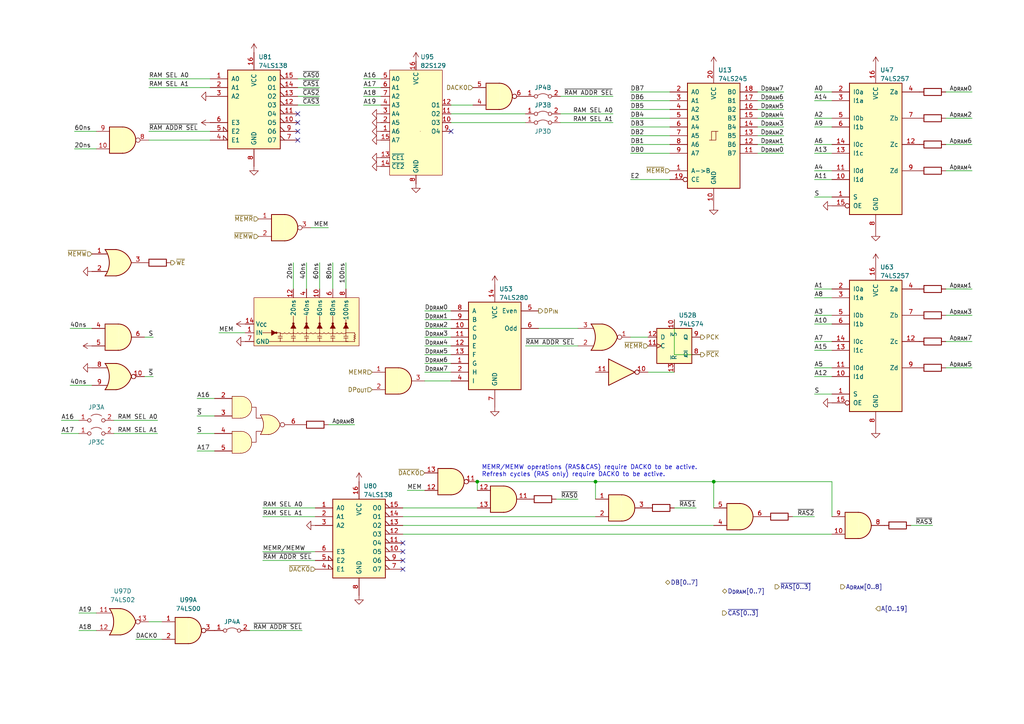
<source format=kicad_sch>
(kicad_sch (version 20211123) (generator eeschema)
  (paper "A4")
  (title_block (title "DRAMCTRL"))
  (lib_symbols
    (symbol "74xx:74LS00" (pin_names (offset 1.016))
      (property "Reference" "U" (at 0 1.27 0))
      (property "Value" "74LS00" (at 0 -1.27 0))
      (symbol "74LS00_1_1"
        (pin input line (at -7.62 2.54 0) (length 3.81) (name "~") (number "1"))
        (pin input line (at -7.62 -2.54 0) (length 3.81) (name "~") (number "2"))
        (pin output inverted (at 7.62 0 180) (length 3.81) (name "~") (number "3"))
      )
      (symbol "74LS00_1_2"
        (pin input inverted (at -7.62 2.54 0) (length 4.318) (name "~") (number "1"))
        (pin input inverted (at -7.62 -2.54 0) (length 4.318) (name "~") (number "2"))
        (pin output line (at 7.62 0 180) (length 3.81) (name "~") (number "3"))
      )
      (symbol "74LS00_2_1"
        (pin input line (at -7.62 2.54 0) (length 3.81) (name "~") (number "4"))
        (pin input line (at -7.62 -2.54 0) (length 3.81) (name "~") (number "5"))
        (pin output inverted (at 7.62 0 180) (length 3.81) (name "~") (number "6"))
      )
      (symbol "74LS00_2_2"
        (pin input inverted (at -7.62 2.54 0) (length 4.318) (name "~") (number "4"))
        (pin input inverted (at -7.62 -2.54 0) (length 4.318) (name "~") (number "5"))
        (pin output line (at 7.62 0 180) (length 3.81) (name "~") (number "6"))
      )
      (symbol "74LS00_3_1"
        (pin input line (at -7.62 -2.54 0) (length 3.81) (name "~") (number "10"))
        (pin output inverted (at 7.62 0 180) (length 3.81) (name "~") (number "8"))
        (pin input line (at -7.62 2.54 0) (length 3.81) (name "~") (number "9"))
      )
      (symbol "74LS00_3_2"
        (pin input inverted (at -7.62 -2.54 0) (length 4.318) (name "~") (number "10"))
        (pin output line (at 7.62 0 180) (length 3.81) (name "~") (number "8"))
        (pin input inverted (at -7.62 2.54 0) (length 4.318) (name "~") (number "9"))
      )
      (symbol "74LS00_4_1"
        (pin output inverted (at 7.62 0 180) (length 3.81) (name "~") (number "11"))
        (pin input line (at -7.62 2.54 0) (length 3.81) (name "~") (number "12"))
        (pin input line (at -7.62 -2.54 0) (length 3.81) (name "~") (number "13"))
      )
      (symbol "74LS00_4_2"
        (pin output line (at 7.62 0 180) (length 3.81) (name "~") (number "11"))
        (pin input inverted (at -7.62 2.54 0) (length 4.318) (name "~") (number "12"))
        (pin input inverted (at -7.62 -2.54 0) (length 4.318) (name "~") (number "13"))
      )
      (symbol "74LS00_5_0"
        (pin power_in line (at 0 12.7 270) (length 5.08) (name "VCC") (number "14"))
        (pin power_in line (at 0 -12.7 90) (length 5.08) (name "GND") (number "7"))
      )
    )
    (symbol "74xx:74LS02" (pin_names (offset 1.016))
      (property "Reference" "U" (at 0 1.27 0))
      (property "Value" "74LS02" (at 0 -1.27 0))
      (symbol "74LS02_1_1"
        (pin output inverted (at 7.62 0 180) (length 3.81) (name "~") (number "1"))
        (pin input line (at -7.62 2.54 0) (length 4.318) (name "~") (number "2"))
        (pin input line (at -7.62 -2.54 0) (length 4.318) (name "~") (number "3"))
      )
      (symbol "74LS02_1_2"
        (pin output line (at 7.62 0 180) (length 3.81) (name "~") (number "1"))
        (pin input inverted (at -7.62 2.54 0) (length 3.81) (name "~") (number "2"))
        (pin input inverted (at -7.62 -2.54 0) (length 3.81) (name "~") (number "3"))
      )
      (symbol "74LS02_2_1"
        (pin output inverted (at 7.62 0 180) (length 3.81) (name "~") (number "4"))
        (pin input line (at -7.62 2.54 0) (length 4.318) (name "~") (number "5"))
        (pin input line (at -7.62 -2.54 0) (length 4.318) (name "~") (number "6"))
      )
      (symbol "74LS02_2_2"
        (pin output line (at 7.62 0 180) (length 3.81) (name "~") (number "4"))
        (pin input inverted (at -7.62 2.54 0) (length 3.81) (name "~") (number "5"))
        (pin input inverted (at -7.62 -2.54 0) (length 3.81) (name "~") (number "6"))
      )
      (symbol "74LS02_3_1"
        (pin output inverted (at 7.62 0 180) (length 3.81) (name "~") (number "10"))
        (pin input line (at -7.62 2.54 0) (length 4.318) (name "~") (number "8"))
        (pin input line (at -7.62 -2.54 0) (length 4.318) (name "~") (number "9"))
      )
      (symbol "74LS02_3_2"
        (pin output line (at 7.62 0 180) (length 3.81) (name "~") (number "10"))
        (pin input inverted (at -7.62 2.54 0) (length 3.81) (name "~") (number "8"))
        (pin input inverted (at -7.62 -2.54 0) (length 3.81) (name "~") (number "9"))
      )
      (symbol "74LS02_4_1"
        (pin input line (at -7.62 2.54 0) (length 4.318) (name "~") (number "11"))
        (pin input line (at -7.62 -2.54 0) (length 4.318) (name "~") (number "12"))
        (pin output inverted (at 7.62 0 180) (length 3.81) (name "~") (number "13"))
      )
      (symbol "74LS02_4_2"
        (pin input inverted (at -7.62 2.54 0) (length 3.81) (name "~") (number "11"))
        (pin input inverted (at -7.62 -2.54 0) (length 3.81) (name "~") (number "12"))
        (pin output line (at 7.62 0 180) (length 3.81) (name "~") (number "13"))
      )
      (symbol "74LS02_5_0"
        (pin power_in line (at 0 12.7 270) (length 5.08) (name "VCC") (number "14"))
        (pin power_in line (at 0 -12.7 90) (length 5.08) (name "GND") (number "7"))
      )
    )
    (symbol "74xx:74LS04"
      (property "Reference" "U" (at 0 1.27 0))
      (property "Value" "74LS04" (at 0 -1.27 0))
      (symbol "74LS04_1_0"
        (pin input line (at -7.62 0 0) (length 3.81) (name "~") (number "1"))
        (pin output inverted (at 7.62 0 180) (length 3.81) (name "~") (number "2"))
      )
      (symbol "74LS04_2_0"
        (pin input line (at -7.62 0 0) (length 3.81) (name "~") (number "3"))
        (pin output inverted (at 7.62 0 180) (length 3.81) (name "~") (number "4"))
      )
      (symbol "74LS04_3_0"
        (pin input line (at -7.62 0 0) (length 3.81) (name "~") (number "5"))
        (pin output inverted (at 7.62 0 180) (length 3.81) (name "~") (number "6"))
      )
      (symbol "74LS04_4_0"
        (pin output inverted (at 7.62 0 180) (length 3.81) (name "~") (number "8"))
        (pin input line (at -7.62 0 0) (length 3.81) (name "~") (number "9"))
      )
      (symbol "74LS04_5_0"
        (pin output inverted (at 7.62 0 180) (length 3.81) (name "~") (number "10"))
        (pin input line (at -7.62 0 0) (length 3.81) (name "~") (number "11"))
      )
      (symbol "74LS04_6_0"
        (pin output inverted (at 7.62 0 180) (length 3.81) (name "~") (number "12"))
        (pin input line (at -7.62 0 0) (length 3.81) (name "~") (number "13"))
      )
      (symbol "74LS04_7_0"
        (pin power_in line (at 0 12.7 270) (length 5.08) (name "VCC") (number "14"))
        (pin power_in line (at 0 -12.7 90) (length 5.08) (name "GND") (number "7"))
      )
    )
    (symbol "74xx:74LS08" (pin_names (offset 1.016))
      (property "Reference" "U" (at 0 1.27 0))
      (property "Value" "74LS08" (at 0 -1.27 0))
      (symbol "74LS08_1_1"
        (pin input line (at -7.62 2.54 0) (length 3.81) (name "~") (number "1"))
        (pin input line (at -7.62 -2.54 0) (length 3.81) (name "~") (number "2"))
        (pin output line (at 7.62 0 180) (length 3.81) (name "~") (number "3"))
      )
      (symbol "74LS08_1_2"
        (pin input inverted (at -7.62 2.54 0) (length 4.318) (name "~") (number "1"))
        (pin input inverted (at -7.62 -2.54 0) (length 4.318) (name "~") (number "2"))
        (pin output inverted (at 7.62 0 180) (length 3.81) (name "~") (number "3"))
      )
      (symbol "74LS08_2_1"
        (pin input line (at -7.62 2.54 0) (length 3.81) (name "~") (number "4"))
        (pin input line (at -7.62 -2.54 0) (length 3.81) (name "~") (number "5"))
        (pin output line (at 7.62 0 180) (length 3.81) (name "~") (number "6"))
      )
      (symbol "74LS08_2_2"
        (pin input inverted (at -7.62 2.54 0) (length 4.318) (name "~") (number "4"))
        (pin input inverted (at -7.62 -2.54 0) (length 4.318) (name "~") (number "5"))
        (pin output inverted (at 7.62 0 180) (length 3.81) (name "~") (number "6"))
      )
      (symbol "74LS08_3_1"
        (pin input line (at -7.62 -2.54 0) (length 3.81) (name "~") (number "10"))
        (pin output line (at 7.62 0 180) (length 3.81) (name "~") (number "8"))
        (pin input line (at -7.62 2.54 0) (length 3.81) (name "~") (number "9"))
      )
      (symbol "74LS08_3_2"
        (pin input inverted (at -7.62 -2.54 0) (length 4.318) (name "~") (number "10"))
        (pin output inverted (at 7.62 0 180) (length 3.81) (name "~") (number "8"))
        (pin input inverted (at -7.62 2.54 0) (length 4.318) (name "~") (number "9"))
      )
      (symbol "74LS08_4_1"
        (pin output line (at 7.62 0 180) (length 3.81) (name "~") (number "11"))
        (pin input line (at -7.62 2.54 0) (length 3.81) (name "~") (number "12"))
        (pin input line (at -7.62 -2.54 0) (length 3.81) (name "~") (number "13"))
      )
      (symbol "74LS08_4_2"
        (pin output inverted (at 7.62 0 180) (length 3.81) (name "~") (number "11"))
        (pin input inverted (at -7.62 2.54 0) (length 4.318) (name "~") (number "12"))
        (pin input inverted (at -7.62 -2.54 0) (length 4.318) (name "~") (number "13"))
      )
      (symbol "74LS08_5_0"
        (pin power_in line (at 0 12.7 270) (length 5.08) (name "VCC") (number "14"))
        (pin power_in line (at 0 -12.7 90) (length 5.08) (name "GND") (number "7"))
      )
    )
    (symbol "74xx:74LS138" (pin_names (offset 1.016))
      (property "Reference" "U" (at -7.62 11.43 0))
      (property "Value" "74LS138" (at -7.62 -13.97 0))
      (symbol "74LS138_1_0"
        (pin input line (at -12.7 7.62 0) (length 5.08) (name "A0") (number "1"))
        (pin output output_low (at 12.7 -5.08 180) (length 5.08) (name "O5") (number "10"))
        (pin output output_low (at 12.7 -2.54 180) (length 5.08) (name "O4") (number "11"))
        (pin output output_low (at 12.7 0 180) (length 5.08) (name "O3") (number "12"))
        (pin output output_low (at 12.7 2.54 180) (length 5.08) (name "O2") (number "13"))
        (pin output output_low (at 12.7 5.08 180) (length 5.08) (name "O1") (number "14"))
        (pin output output_low (at 12.7 7.62 180) (length 5.08) (name "O0") (number "15"))
        (pin power_in line (at 0 15.24 270) (length 5.08) (name "VCC") (number "16"))
        (pin input line (at -12.7 5.08 0) (length 5.08) (name "A1") (number "2"))
        (pin input line (at -12.7 2.54 0) (length 5.08) (name "A2") (number "3"))
        (pin input input_low (at -12.7 -10.16 0) (length 5.08) (name "E1") (number "4"))
        (pin input input_low (at -12.7 -7.62 0) (length 5.08) (name "E2") (number "5"))
        (pin input line (at -12.7 -5.08 0) (length 5.08) (name "E3") (number "6"))
        (pin output output_low (at 12.7 -10.16 180) (length 5.08) (name "O7") (number "7"))
        (pin power_in line (at 0 -17.78 90) (length 5.08) (name "GND") (number "8"))
        (pin output output_low (at 12.7 -7.62 180) (length 5.08) (name "O6") (number "9"))
      )
    )
    (symbol "74xx:74LS245" (pin_names (offset 1.016))
      (property "Reference" "U" (at -7.62 16.51 0))
      (property "Value" "74LS245" (at -7.62 -16.51 0))
      (symbol "74LS245_1_0"
        (pin input line (at -12.7 -10.16 0) (length 5.08) (name "A->B") (number "1"))
        (pin power_in line (at 0 -20.32 90) (length 5.08) (name "GND") (number "10"))
        (pin tri_state line (at 12.7 -5.08 180) (length 5.08) (name "B7") (number "11"))
        (pin tri_state line (at 12.7 -2.54 180) (length 5.08) (name "B6") (number "12"))
        (pin tri_state line (at 12.7 0 180) (length 5.08) (name "B5") (number "13"))
        (pin tri_state line (at 12.7 2.54 180) (length 5.08) (name "B4") (number "14"))
        (pin tri_state line (at 12.7 5.08 180) (length 5.08) (name "B3") (number "15"))
        (pin tri_state line (at 12.7 7.62 180) (length 5.08) (name "B2") (number "16"))
        (pin tri_state line (at 12.7 10.16 180) (length 5.08) (name "B1") (number "17"))
        (pin tri_state line (at 12.7 12.7 180) (length 5.08) (name "B0") (number "18"))
        (pin input inverted (at -12.7 -12.7 0) (length 5.08) (name "CE") (number "19"))
        (pin tri_state line (at -12.7 12.7 0) (length 5.08) (name "A0") (number "2"))
        (pin power_in line (at 0 20.32 270) (length 5.08) (name "VCC") (number "20"))
        (pin tri_state line (at -12.7 10.16 0) (length 5.08) (name "A1") (number "3"))
        (pin tri_state line (at -12.7 7.62 0) (length 5.08) (name "A2") (number "4"))
        (pin tri_state line (at -12.7 5.08 0) (length 5.08) (name "A3") (number "5"))
        (pin tri_state line (at -12.7 2.54 0) (length 5.08) (name "A4") (number "6"))
        (pin tri_state line (at -12.7 0 0) (length 5.08) (name "A5") (number "7"))
        (pin tri_state line (at -12.7 -2.54 0) (length 5.08) (name "A6") (number "8"))
        (pin tri_state line (at -12.7 -5.08 0) (length 5.08) (name "A7") (number "9"))
      )
    )
    (symbol "74xx:74LS257" (pin_names (offset 1.016))
      (property "Reference" "U" (at -7.62 19.05 0))
      (property "Value" "74LS257" (at -7.62 -21.59 0))
      (symbol "74LS257_1_0"
        (pin input line (at -12.7 -15.24 0) (length 5.08) (name "S") (number "1"))
        (pin input line (at -12.7 -10.16 0) (length 5.08) (name "I1d") (number "10"))
        (pin input line (at -12.7 -7.62 0) (length 5.08) (name "I0d") (number "11"))
        (pin tri_state line (at 12.7 0 180) (length 5.08) (name "Zc") (number "12"))
        (pin input line (at -12.7 -2.54 0) (length 5.08) (name "I1c") (number "13"))
        (pin input line (at -12.7 0 0) (length 5.08) (name "I0c") (number "14"))
        (pin input inverted (at -12.7 -17.78 0) (length 5.08) (name "OE") (number "15"))
        (pin power_in line (at 0 22.86 270) (length 5.08) (name "VCC") (number "16"))
        (pin input line (at -12.7 15.24 0) (length 5.08) (name "I0a") (number "2"))
        (pin input line (at -12.7 12.7 0) (length 5.08) (name "I1a") (number "3"))
        (pin tri_state line (at 12.7 15.24 180) (length 5.08) (name "Za") (number "4"))
        (pin input line (at -12.7 7.62 0) (length 5.08) (name "I0b") (number "5"))
        (pin input line (at -12.7 5.08 0) (length 5.08) (name "I1b") (number "6"))
        (pin tri_state line (at 12.7 7.62 180) (length 5.08) (name "Zb") (number "7"))
        (pin power_in line (at 0 -25.4 90) (length 5.08) (name "GND") (number "8"))
        (pin tri_state line (at 12.7 -7.62 180) (length 5.08) (name "Zd") (number "9"))
      )
    )
    (symbol "74xx:74LS280" (pin_names (offset 1.016))
      (property "Reference" "U" (at -7.62 13.97 0))
      (property "Value" "74LS280" (at -7.62 -13.97 0))
      (symbol "74LS280_1_0"
        (pin input line (at -12.7 -5.08 0) (length 5.08) (name "G") (number "1"))
        (pin input line (at -12.7 5.08 0) (length 5.08) (name "C") (number "10"))
        (pin input line (at -12.7 2.54 0) (length 5.08) (name "D") (number "11"))
        (pin input line (at -12.7 0 0) (length 5.08) (name "E") (number "12"))
        (pin input line (at -12.7 -2.54 0) (length 5.08) (name "F") (number "13"))
        (pin power_in line (at 0 17.78 270) (length 5.08) (name "VCC") (number "14"))
        (pin input line (at -12.7 -7.62 0) (length 5.08) (name "H") (number "2"))
        (pin input line (at -12.7 -10.16 0) (length 5.08) (name "I") (number "4"))
        (pin output line (at 12.7 10.16 180) (length 5.08) (name "Even") (number "5"))
        (pin output line (at 12.7 5.08 180) (length 5.08) (name "Odd") (number "6"))
        (pin power_in line (at 0 -17.78 90) (length 5.08) (name "GND") (number "7"))
        (pin input line (at -12.7 10.16 0) (length 5.08) (name "A") (number "8"))
        (pin input line (at -12.7 7.62 0) (length 5.08) (name "B") (number "9"))
      )
      (symbol "74LS280_1_1"
        (pin no_connect line (at 7.62 0 180) (length 2.54) hide (name "NC") (number "3"))
      )
    )
    (symbol "74xx:74LS32" (pin_names (offset 1.016))
      (property "Reference" "U" (at 0 1.27 0))
      (property "Value" "74LS32" (at 0 -1.27 0))
      (symbol "74LS32_1_1"
        (pin input line (at -7.62 2.54 0) (length 4.318) (name "~") (number "1"))
        (pin input line (at -7.62 -2.54 0) (length 4.318) (name "~") (number "2"))
        (pin output line (at 7.62 0 180) (length 3.81) (name "~") (number "3"))
      )
      (symbol "74LS32_1_2"
        (pin input inverted (at -7.62 2.54 0) (length 3.81) (name "~") (number "1"))
        (pin input inverted (at -7.62 -2.54 0) (length 3.81) (name "~") (number "2"))
        (pin output inverted (at 7.62 0 180) (length 3.81) (name "~") (number "3"))
      )
      (symbol "74LS32_2_1"
        (pin input line (at -7.62 2.54 0) (length 4.318) (name "~") (number "4"))
        (pin input line (at -7.62 -2.54 0) (length 4.318) (name "~") (number "5"))
        (pin output line (at 7.62 0 180) (length 3.81) (name "~") (number "6"))
      )
      (symbol "74LS32_2_2"
        (pin input inverted (at -7.62 2.54 0) (length 3.81) (name "~") (number "4"))
        (pin input inverted (at -7.62 -2.54 0) (length 3.81) (name "~") (number "5"))
        (pin output inverted (at 7.62 0 180) (length 3.81) (name "~") (number "6"))
      )
      (symbol "74LS32_3_1"
        (pin input line (at -7.62 -2.54 0) (length 4.318) (name "~") (number "10"))
        (pin output line (at 7.62 0 180) (length 3.81) (name "~") (number "8"))
        (pin input line (at -7.62 2.54 0) (length 4.318) (name "~") (number "9"))
      )
      (symbol "74LS32_3_2"
        (pin input inverted (at -7.62 -2.54 0) (length 3.81) (name "~") (number "10"))
        (pin output inverted (at 7.62 0 180) (length 3.81) (name "~") (number "8"))
        (pin input inverted (at -7.62 2.54 0) (length 3.81) (name "~") (number "9"))
      )
      (symbol "74LS32_4_1"
        (pin output line (at 7.62 0 180) (length 3.81) (name "~") (number "11"))
        (pin input line (at -7.62 2.54 0) (length 4.318) (name "~") (number "12"))
        (pin input line (at -7.62 -2.54 0) (length 4.318) (name "~") (number "13"))
      )
      (symbol "74LS32_4_2"
        (pin output inverted (at 7.62 0 180) (length 3.81) (name "~") (number "11"))
        (pin input inverted (at -7.62 2.54 0) (length 3.81) (name "~") (number "12"))
        (pin input inverted (at -7.62 -2.54 0) (length 3.81) (name "~") (number "13"))
      )
      (symbol "74LS32_5_0"
        (pin power_in line (at 0 12.7 270) (length 5.08) (name "VCC") (number "14"))
        (pin power_in line (at 0 -12.7 90) (length 5.08) (name "GND") (number "7"))
      )
    )
    (symbol "74xx:74LS51" (pin_names (offset 1.016))
      (property "Reference" "U" (at -7.62 10.16 0))
      (property "Value" "74LS51" (at -7.62 -10.16 0))
      (symbol "74LS51_1_0"
        (pin input line (at -12.7 7.62 0) (length 5.08) (name "~") (number "1"))
        (pin input line (at -12.7 -5.08 0) (length 5.08) (name "~") (number "10"))
        (pin input line (at -12.7 -7.62 0) (length 5.08) (name "~") (number "11"))
        (pin input line (at -12.7 5.08 0) (length 5.08) (name "~") (number "12"))
        (pin input line (at -12.7 2.54 0) (length 5.08) (name "~") (number "13"))
        (pin output line (at 12.7 0 180) (length 5.08) (name "~") (number "8"))
        (pin input line (at -12.7 -2.54 0) (length 5.08) (name "~") (number "9"))
      )
      (symbol "74LS51_2_0"
        (pin input line (at -12.7 7.62 0) (length 5.08) (name "~") (number "2"))
        (pin input line (at -12.7 2.54 0) (length 5.08) (name "~") (number "3"))
        (pin input line (at -12.7 -2.54 0) (length 5.08) (name "~") (number "4"))
        (pin input line (at -12.7 -7.62 0) (length 5.08) (name "~") (number "5"))
        (pin output line (at 12.7 0 180) (length 5.08) (name "~") (number "6"))
      )
      (symbol "74LS51_3_0"
        (pin power_in line (at 0 12.7 270) (length 5.08) (name "VCC") (number "14"))
        (pin power_in line (at 0 -12.7 90) (length 5.08) (name "GND") (number "7"))
      )
    )
    (symbol "74xx:74LS74" (pin_names (offset 1.016))
      (property "Reference" "U" (at -7.62 8.89 0))
      (property "Value" "74LS74" (at -7.62 -8.89 0))
      (symbol "74LS74_1_0"
        (pin input line (at 0 -7.62 90) (length 2.54) (name "~{R}") (number "1"))
        (pin input line (at -7.62 2.54 0) (length 2.54) (name "D") (number "2"))
        (pin input clock (at -7.62 0 0) (length 2.54) (name "C") (number "3"))
        (pin input line (at 0 7.62 270) (length 2.54) (name "~{S}") (number "4"))
        (pin output line (at 7.62 2.54 180) (length 2.54) (name "Q") (number "5"))
        (pin output line (at 7.62 -2.54 180) (length 2.54) (name "~{Q}") (number "6"))
      )
      (symbol "74LS74_2_0"
        (pin input line (at 0 7.62 270) (length 2.54) (name "~{S}") (number "10"))
        (pin input clock (at -7.62 0 0) (length 2.54) (name "C") (number "11"))
        (pin input line (at -7.62 2.54 0) (length 2.54) (name "D") (number "12"))
        (pin input line (at 0 -7.62 90) (length 2.54) (name "~{R}") (number "13"))
        (pin output line (at 7.62 -2.54 180) (length 2.54) (name "~{Q}") (number "8"))
        (pin output line (at 7.62 2.54 180) (length 2.54) (name "Q") (number "9"))
      )
      (symbol "74LS74_3_0"
        (pin power_in line (at 0 10.16 270) (length 2.54) (name "VCC") (number "14"))
        (pin power_in line (at 0 -10.16 90) (length 2.54) (name "GND") (number "7"))
      )
    )
    (symbol "Delay:ESAN_31A-5101"
      (property "Reference" "U" (at 16.51 2.54 0))
      (property "Value" "ESAN_31A-5101" (at 23.495 5.08 0))
      (symbol "ESAN_31A-5101_1_1"
        (pin input line (at -17.78 -3.81 0) (length 2.54) (name "IN") (number "1"))
        (pin output line (at 3.81 8.89 270) (length 2.54) (name "60ns") (number "10"))
        (pin output line (at -3.81 8.89 270) (length 2.54) (name "20ns") (number "12"))
        (pin power_in line (at -17.78 -1.27 0) (length 2.54) (name "V_{CC}") (number "14"))
        (pin output line (at 0 8.89 270) (length 2.54) (name "40ns") (number "4"))
        (pin output line (at 7.62 8.89 270) (length 2.54) (name "80ns") (number "6"))
        (pin power_in line (at -17.78 -6.35 0) (length 2.54) (name "GND") (number "7"))
        (pin output line (at 11.43 8.89 270) (length 2.54) (name "100ns") (number "8"))
      )
    )
    (symbol "Device:R" (pin_numbers hide) (pin_names (offset 0))
      (property "Reference" "R" (at 2.032 0 90))
      (property "Value" "R" (at 0 0 90))
      (symbol "R_1_1"
        (pin passive line (at 0 3.81 270) (length 1.27) (name "~") (number "1"))
        (pin passive line (at 0 -3.81 90) (length 1.27) (name "~") (number "2"))
      )
    )
    (symbol "Jumper:Jumper_2_Bridged" (pin_names (offset 0) hide)
      (property "Reference" "JP" (at 0 1.905 0))
      (property "Value" "Jumper_2_Bridged" (at 0 -2.54 0))
      (symbol "Jumper_2_Bridged_1_1"
        (pin passive line (at -5.08 0 0) (length 2.54) (name "A") (number "1"))
        (pin passive line (at 5.08 0 180) (length 2.54) (name "B") (number "2"))
      )
    )
    (symbol "Jumper:Jumper_2_Open" (pin_names (offset 0) hide)
      (property "Reference" "JP" (at 0 2.794 0))
      (property "Value" "Jumper_2_Open" (at 0 -2.286 0))
      (symbol "Jumper_2_Open_1_1"
        (pin passive line (at -5.08 0 0) (length 2.54) (name "A") (number "1"))
        (pin passive line (at 5.08 0 180) (length 2.54) (name "B") (number "2"))
      )
    )
    (symbol "Memory_PROM:82S129"
      (property "Reference" "U" (at 1.27 16.51 0))
      (property "Value" "82S129" (at -6.35 16.51 0))
      (symbol "82S129_1_1"
        (pin input line (at -10.16 -2.54 0) (length 2.54) (name "A6") (number "1"))
        (pin output line (at 10.16 0 180) (length 2.54) (name "O3") (number "10"))
        (pin output line (at 10.16 2.54 180) (length 2.54) (name "O2") (number "11"))
        (pin output line (at 10.16 5.08 180) (length 2.54) (name "O1") (number "12"))
        (pin input line (at -10.16 -10.16 0) (length 2.54) (name "~{CE1}") (number "13"))
        (pin input line (at -10.16 -12.7 0) (length 2.54) (name "~{CE2}") (number "14"))
        (pin input line (at -10.16 -5.08 0) (length 2.54) (name "A7") (number "15"))
        (pin power_in line (at 0 17.78 270) (length 2.54) (name "VCC") (number "16"))
        (pin input line (at -10.16 0 0) (length 2.54) (name "A5") (number "2"))
        (pin input line (at -10.16 2.54 0) (length 2.54) (name "A4") (number "3"))
        (pin input line (at -10.16 5.08 0) (length 2.54) (name "A3") (number "4"))
        (pin input line (at -10.16 12.7 0) (length 2.54) (name "A0") (number "5"))
        (pin input line (at -10.16 10.16 0) (length 2.54) (name "A1") (number "6"))
        (pin input line (at -10.16 7.62 0) (length 2.54) (name "A2") (number "7"))
        (pin power_in line (at 0 -17.78 90) (length 2.54) (name "GND") (number "8"))
        (pin output line (at 10.16 -2.54 180) (length 2.54) (name "O4") (number "9"))
      )
    )
    (symbol "power:GND" (power) (pin_names (offset 0))
      (property "Value" "GND" (at 0 -3.81 0))
      (symbol "GND_1_1"
        (pin power_in line (at 0 0 270) (length 0) hide (name "GND") (number "1"))
      )
    )
    (symbol "power:VCC" (power) (pin_names (offset 0))
      (property "Value" "VCC" (at 0 3.81 0))
      (symbol "VCC_1_1"
        (pin power_in line (at 0 0 90) (length 0) hide (name "VCC") (number "1"))
      )
    )
  )
  (junction (at 172.72 139.7))
  (junction (at 138.43 139.7))
  (junction (at 207.01 139.7))
  (no_connect (at 86.36 33.02))
  (no_connect (at 86.36 35.56))
  (no_connect (at 86.36 38.1))
  (no_connect (at 86.36 40.64))
  (no_connect (at 116.84 157.48))
  (no_connect (at 116.84 160.02))
  (no_connect (at 116.84 162.56))
  (no_connect (at 116.84 165.1))
  (no_connect (at 130.81 38.1))
  (wire (pts (xy 43.18 180.34) (xy 46.99 180.34)))
  (wire (pts (xy 219.71 29.21) (xy 227.33 29.21)))
  (wire (pts (xy 236.22 57.15) (xy 241.3 57.15)))
  (wire (pts (xy 241.3 139.7) (xy 207.01 139.7)))
  (wire (pts (xy 90.17 66.04) (xy 95.25 66.04)))
  (wire (pts (xy 44.45 109.22) (xy 41.91 109.22)))
  (wire (pts (xy 57.15 115.57) (xy 62.23 115.57)))
  (wire (pts (xy 44.45 97.79) (xy 41.91 97.79)))
  (wire (pts (xy 72.39 182.88) (xy 87.63 182.88)))
  (wire (pts (xy 76.2 160.02) (xy 91.44 160.02)))
  (wire (pts (xy 219.71 36.83) (xy 227.33 36.83)))
  (wire (pts (xy 123.19 97.79) (xy 130.81 97.79)))
  (wire (pts (xy 76.2 162.56) (xy 91.44 162.56)))
  (wire (pts (xy 236.22 99.06) (xy 241.3 99.06)))
  (wire (pts (xy 172.72 139.7) (xy 172.72 144.78)))
  (wire (pts (xy 207.01 139.7) (xy 207.01 147.32)))
  (wire (pts (xy 236.22 26.67) (xy 241.3 26.67)))
  (wire (pts (xy 182.88 41.91) (xy 194.31 41.91)))
  (wire (pts (xy 274.32 41.91) (xy 281.94 41.91)))
  (wire (pts (xy 274.32 26.67) (xy 281.94 26.67)))
  (wire (pts (xy 219.71 39.37) (xy 227.33 39.37)))
  (wire (pts (xy 219.71 41.91) (xy 227.33 41.91)))
  (wire (pts (xy 96.52 76.2) (xy 96.52 83.82)))
  (wire (pts (xy 236.22 83.82) (xy 241.3 83.82)))
  (wire (pts (xy 105.41 25.4) (xy 110.49 25.4)))
  (wire (pts (xy 219.71 34.29) (xy 227.33 34.29)))
  (wire (pts (xy 236.22 91.44) (xy 241.3 91.44)))
  (wire (pts (xy 92.71 76.2) (xy 92.71 83.82)))
  (wire (pts (xy 43.18 38.1) (xy 60.96 38.1)))
  (wire (pts (xy 195.58 92.71) (xy 195.58 102.87)))
  (wire (pts (xy 123.19 102.87) (xy 130.81 102.87)))
  (wire (pts (xy 182.88 44.45) (xy 194.31 44.45)))
  (wire (pts (xy 88.9 76.2) (xy 88.9 83.82)))
  (wire (pts (xy 187.96 97.79) (xy 182.88 97.79)))
  (wire (pts (xy 236.22 44.45) (xy 241.3 44.45)))
  (wire (pts (xy 57.15 130.81) (xy 62.23 130.81)))
  (wire (pts (xy 182.88 26.67) (xy 194.31 26.67)))
  (wire (pts (xy 123.19 110.49) (xy 130.81 110.49)))
  (wire (pts (xy 86.36 27.94) (xy 92.71 27.94)))
  (wire (pts (xy 162.56 27.94) (xy 177.8 27.94)))
  (wire (pts (xy 76.2 147.32) (xy 91.44 147.32)))
  (wire (pts (xy 21.59 43.18) (xy 27.94 43.18)))
  (wire (pts (xy 43.18 25.4) (xy 60.96 25.4)))
  (wire (pts (xy 57.15 125.73) (xy 62.23 125.73)))
  (wire (pts (xy 172.72 139.7) (xy 207.01 139.7)))
  (wire (pts (xy 20.32 111.76) (xy 26.67 111.76)))
  (wire (pts (xy 167.64 95.25) (xy 156.21 95.25)))
  (wire (pts (xy 123.19 95.25) (xy 130.81 95.25)))
  (wire (pts (xy 123.19 107.95) (xy 130.81 107.95)))
  (wire (pts (xy 236.22 41.91) (xy 241.3 41.91)))
  (wire (pts (xy 241.3 149.86) (xy 241.3 139.7)))
  (wire (pts (xy 274.32 91.44) (xy 281.94 91.44)))
  (wire (pts (xy 236.22 29.21) (xy 241.3 29.21)))
  (wire (pts (xy 17.78 121.92) (xy 22.86 121.92)))
  (wire (pts (xy 57.15 120.65) (xy 62.23 120.65)))
  (wire (pts (xy 86.36 25.4) (xy 92.71 25.4)))
  (wire (pts (xy 236.22 109.22) (xy 241.3 109.22)))
  (wire (pts (xy 236.22 101.6) (xy 241.3 101.6)))
  (wire (pts (xy 219.71 31.75) (xy 227.33 31.75)))
  (wire (pts (xy 274.32 99.06) (xy 281.94 99.06)))
  (wire (pts (xy 182.88 39.37) (xy 194.31 39.37)))
  (wire (pts (xy 116.84 154.94) (xy 241.3 154.94)))
  (wire (pts (xy 219.71 26.67) (xy 227.33 26.67)))
  (wire (pts (xy 236.22 52.07) (xy 241.3 52.07)))
  (wire (pts (xy 20.32 95.25) (xy 26.67 95.25)))
  (wire (pts (xy 76.2 149.86) (xy 91.44 149.86)))
  (wire (pts (xy 236.22 49.53) (xy 241.3 49.53)))
  (wire (pts (xy 152.4 35.56) (xy 130.81 35.56)))
  (wire (pts (xy 152.4 33.02) (xy 130.81 33.02)))
  (wire (pts (xy 229.87 149.86) (xy 236.22 149.86)))
  (wire (pts (xy 236.22 114.3) (xy 241.3 114.3)))
  (wire (pts (xy 17.78 125.73) (xy 22.86 125.73)))
  (wire (pts (xy 274.32 34.29) (xy 281.94 34.29)))
  (wire (pts (xy 43.18 40.64) (xy 60.96 40.64)))
  (wire (pts (xy 182.88 34.29) (xy 194.31 34.29)))
  (wire (pts (xy 100.33 76.2) (xy 100.33 83.82)))
  (wire (pts (xy 22.86 177.8) (xy 27.94 177.8)))
  (wire (pts (xy 236.22 86.36) (xy 241.3 86.36)))
  (wire (pts (xy 116.84 149.86) (xy 172.72 149.86)))
  (wire (pts (xy 219.71 44.45) (xy 227.33 44.45)))
  (wire (pts (xy 21.59 38.1) (xy 27.94 38.1)))
  (wire (pts (xy 162.56 35.56) (xy 177.8 35.56)))
  (wire (pts (xy 187.96 107.95) (xy 195.58 107.95)))
  (wire (pts (xy 236.22 93.98) (xy 241.3 93.98)))
  (wire (pts (xy 33.02 125.73) (xy 45.72 125.73)))
  (wire (pts (xy 86.36 22.86) (xy 92.71 22.86)))
  (wire (pts (xy 86.36 30.48) (xy 92.71 30.48)))
  (wire (pts (xy 236.22 106.68) (xy 241.3 106.68)))
  (wire (pts (xy 182.88 29.21) (xy 194.31 29.21)))
  (wire (pts (xy 172.72 139.7) (xy 138.43 139.7)))
  (wire (pts (xy 95.25 123.19) (xy 102.87 123.19)))
  (wire (pts (xy 105.41 30.48) (xy 110.49 30.48)))
  (wire (pts (xy 274.32 106.68) (xy 281.94 106.68)))
  (wire (pts (xy 105.41 27.94) (xy 110.49 27.94)))
  (wire (pts (xy 123.19 100.33) (xy 130.81 100.33)))
  (wire (pts (xy 43.18 22.86) (xy 60.96 22.86)))
  (wire (pts (xy 236.22 34.29) (xy 241.3 34.29)))
  (wire (pts (xy 182.88 52.07) (xy 194.31 52.07)))
  (wire (pts (xy 195.58 102.87) (xy 203.2 102.87)))
  (wire (pts (xy 274.32 83.82) (xy 281.94 83.82)))
  (wire (pts (xy 182.88 31.75) (xy 194.31 31.75)))
  (wire (pts (xy 33.02 121.92) (xy 45.72 121.92)))
  (wire (pts (xy 39.37 185.42) (xy 46.99 185.42)))
  (wire (pts (xy 274.32 49.53) (xy 281.94 49.53)))
  (wire (pts (xy 236.22 36.83) (xy 241.3 36.83)))
  (wire (pts (xy 85.09 76.2) (xy 85.09 83.82)))
  (wire (pts (xy 264.16 152.4) (xy 270.51 152.4)))
  (wire (pts (xy 123.19 105.41) (xy 130.81 105.41)))
  (wire (pts (xy 138.43 147.32) (xy 116.84 147.32)))
  (wire (pts (xy 123.19 142.24) (xy 118.11 142.24)))
  (wire (pts (xy 161.29 144.78) (xy 167.64 144.78)))
  (wire (pts (xy 138.43 139.7) (xy 138.43 142.24)))
  (wire (pts (xy 195.58 147.32) (xy 201.93 147.32)))
  (wire (pts (xy 22.86 182.88) (xy 27.94 182.88)))
  (wire (pts (xy 137.16 30.48) (xy 130.81 30.48)))
  (wire (pts (xy 105.41 22.86) (xy 110.49 22.86)))
  (wire (pts (xy 182.88 36.83) (xy 194.31 36.83)))
  (wire (pts (xy 162.56 33.02) (xy 177.8 33.02)))
  (wire (pts (xy 116.84 152.4) (xy 207.01 152.4)))
  (wire (pts (xy 123.19 90.17) (xy 130.81 90.17)))
  (wire (pts (xy 152.4 100.33) (xy 167.64 100.33)))
  (wire (pts (xy 71.12 96.52) (xy 63.5 96.52)))
  (wire (pts (xy 123.19 92.71) (xy 130.81 92.71)))
  (text "MEMR/MEMW operations (RAS&CAS) require DACK0 to be active.\nRefresh cycles (RAS only) require DACK0 to be active." (at 139.7 138.43 0) (effects (font (size 1.27 1.27)) (justify left bottom)))
  (label "A7" (at 236.22 99.06 0))
  (label "S" (at 236.22 114.3 0))
  (label "DB6" (at 182.88 29.21 0))
  (label "~{CAS0}" (at 92.71 22.86 180))
  (label "~{RAS3}" (at 270.51 152.4 180))
  (label "A1" (at 236.22 83.82 0))
  (label "D_{DRAM}0" (at 227.33 44.45 180))
  (label "A17" (at 105.41 25.4 0))
  (label "MEM" (at 95.25 66.04 180))
  (label "A17" (at 17.78 125.73 0))
  (label "A3" (at 236.22 91.44 0))
  (label "D_{DRAM}6" (at 123.19 105.41 0))
  (label "A16" (at 105.41 22.86 0))
  (label "A15" (at 236.22 101.6 0))
  (label "S" (at 236.22 57.15 0))
  (label "DB7" (at 182.88 26.67 0))
  (label "D_{DRAM}7" (at 123.19 107.95 0))
  (label "DB0" (at 182.88 44.45 0))
  (label "A_{DRAM}3" (at 281.94 91.44 180))
  (label "A_{DRAM}0" (at 281.94 26.67 180))
  (label "A5" (at 236.22 106.68 0))
  (label "DB2" (at 182.88 39.37 0))
  (label "A4" (at 236.22 49.53 0))
  (label "D_{DRAM}2" (at 227.33 39.37 180))
  (label "A_{DRAM}8" (at 102.87 123.19 180))
  (label "40ns" (at 88.9 76.2 270))
  (label "D_{DRAM}0" (at 123.19 90.17 0))
  (label "RAM SEL A0" (at 43.18 22.86 0))
  (label "RAM SEL A1" (at 43.18 25.4 0))
  (label "RAM SEL A0" (at 76.2 147.32 0))
  (label "60ns" (at 21.59 38.1 0))
  (label "20ns" (at 85.09 76.2 270))
  (label "~{RAM ADDR SEL}" (at 177.8 27.94 180))
  (label "40ns" (at 20.32 95.25 0))
  (label "A17" (at 57.15 130.81 0))
  (label "~{RAS1}" (at 201.93 147.32 180))
  (label "D_{DRAM}4" (at 123.19 100.33 0))
  (label "A14" (at 236.22 29.21 0))
  (label "D_{DRAM}3" (at 123.19 97.79 0))
  (label "E2" (at 182.88 52.07 0))
  (label "~{CAS3}" (at 92.71 30.48 180))
  (label "A10" (at 236.22 93.98 0))
  (label "DB3" (at 182.88 36.83 0))
  (label "A_{DRAM}7" (at 281.94 99.06 180))
  (label "RAM SEL A1" (at 177.8 35.56 180))
  (label "A19" (at 22.86 177.8 0))
  (label "~{RAS0}" (at 167.64 144.78 180))
  (label "A16" (at 17.78 121.92 0))
  (label "~{S}" (at 57.15 120.65 0))
  (label "A_{DRAM}2" (at 281.94 34.29 180))
  (label "A8" (at 236.22 86.36 0))
  (label "DB5" (at 182.88 31.75 0))
  (label "~{CAS2}" (at 92.71 27.94 180))
  (label "A_{DRAM}1" (at 281.94 83.82 180))
  (label "D_{DRAM}5" (at 227.33 31.75 180))
  (label "A18" (at 22.86 182.88 0))
  (label "A11" (at 236.22 52.07 0))
  (label "A_{DRAM}5" (at 281.94 106.68 180))
  (label "DACK0" (at 39.37 185.42 0))
  (label "A13" (at 236.22 44.45 0))
  (label "D_{DRAM}6" (at 227.33 29.21 180))
  (label "D_{DRAM}7" (at 227.33 26.67 180))
  (label "RAM SEL A0" (at 45.72 121.92 180))
  (label "S" (at 44.45 97.79 180))
  (label "A19" (at 105.41 30.48 0))
  (label "D_{DRAM}1" (at 227.33 41.91 180))
  (label "20ns" (at 21.59 43.18 0))
  (label "D_{DRAM}2" (at 123.19 95.25 0))
  (label "~{RAM ADDR SEL}" (at 87.63 182.88 180))
  (label "~{RAM ADDR SEL}" (at 43.18 38.1 0))
  (label "A18" (at 105.41 27.94 0))
  (label "MEM" (at 118.11 142.24 0))
  (label "100ns" (at 100.33 76.2 270))
  (label "MEMR{slash}MEMW" (at 76.2 160.02 0))
  (label "A_{DRAM}4" (at 281.94 49.53 180))
  (label "D_{DRAM}3" (at 227.33 36.83 180))
  (label "40ns" (at 20.32 111.76 0))
  (label "RAM SEL A0" (at 177.8 33.02 180))
  (label "A2" (at 236.22 34.29 0))
  (label "RAM SEL A1" (at 45.72 125.73 180))
  (label "A_{DRAM}6" (at 281.94 41.91 180))
  (label "MEM" (at 63.5 96.52 0))
  (label "~{RAM ADDR SEL}" (at 152.4 100.33 0))
  (label "D_{DRAM}5" (at 123.19 102.87 0))
  (label "~{RAS2}" (at 236.22 149.86 180))
  (label "RAM SEL A1" (at 76.2 149.86 0))
  (label "DB4" (at 182.88 34.29 0))
  (label "D_{DRAM}1" (at 123.19 92.71 0))
  (label "60ns" (at 92.71 76.2 270))
  (label "A16" (at 57.15 115.57 0))
  (label "A12" (at 236.22 109.22 0))
  (label "A6" (at 236.22 41.91 0))
  (label "~{CAS1}" (at 92.71 25.4 180))
  (label "DB1" (at 182.88 41.91 0))
  (label "A9" (at 236.22 36.83 0))
  (label "80ns" (at 96.52 76.2 270))
  (label "A0" (at 236.22 26.67 0))
  (label "S" (at 57.15 125.73 0))
  (label "~{S}" (at 44.45 109.22 180))
  (label "D_{DRAM}4" (at 227.33 34.29 180))
  (label "~{RAM ADDR SEL}" (at 76.2 162.56 0))
  (hierarchical_label "MEMR" (shape input) (at 107.95 107.95 180))
  (hierarchical_label "~{WE}" (shape output) (at 49.53 76.2 0))
  (hierarchical_label "A[0..19]" (shape input) (at 254 176.53 0))
  (hierarchical_label "~{DACK0}" (shape input) (at 123.19 137.16 180))
  (hierarchical_label "A_{DRAM}[0..8]" (shape output) (at 243.84 170.18 0))
  (hierarchical_label "~{MEMR}" (shape input) (at 187.96 100.33 180))
  (hierarchical_label "PCK" (shape output) (at 203.2 97.79 0))
  (hierarchical_label "~{MEMW}" (shape input) (at 74.93 68.58 180))
  (hierarchical_label "~{DACK0}" (shape input) (at 91.44 165.1 180))
  (hierarchical_label "DB[0..7]" (shape bidirectional) (at 193.04 168.91 0))
  (hierarchical_label "DACK0" (shape input) (at 137.16 25.4 180))
  (hierarchical_label "~{MEMW}" (shape input) (at 26.67 73.66 180))
  (hierarchical_label "DP_{IN}" (shape output) (at 156.21 90.17 0))
  (hierarchical_label "~{MEMR}" (shape input) (at 194.31 49.53 180))
  (hierarchical_label "DP_{OUT}" (shape input) (at 107.95 113.03 180))
  (hierarchical_label "D_{DRAM}[0..7]" (shape bidirectional) (at 209.55 171.45 0))
  (hierarchical_label "~{PCK}" (shape output) (at 203.2 102.87 0))
  (hierarchical_label "~{CAS[0..3]}" (shape output) (at 209.55 177.8 0))
  (hierarchical_label "~{RAS[0..3]}" (shape output) (at 224.79 170.18 0))
  (hierarchical_label "~{MEMR}" (shape input) (at 74.93 63.5 180))
  (symbol (lib_id "Jumper:Jumper_2_Open") (at 27.94 125.73 0) (unit 1)
    (property "Reference" "JP3C" (at 27.94 128.27 0))
    (property "Value" "Jumper_2_Open" (effects hide))
  )
  (symbol (lib_id "74xx:74LS280") (at 143.51 100.33 0) (unit 1)
    (property "Reference" "U53" (at 144.78 83.82 0) (effects (justify left)))
    (property "Value" "74LS280" (at 144.78 86.36 0) (effects (justify left)))
    (property "Datasheet" "http://www.ti.com/lit/gpn/sn74LS280" (effects hide))
  )
  (symbol (lib_id "power:GND") (at 254 67.31 0) (unit 1)
    (property "Reference" "#PWR0281" (effects hide))
    (property "Value" "GND" (effects hide))
  )
  (symbol (lib_id "power:GND") (at 143.51 118.11 0) (unit 1)
    (property "Reference" "#PWR0279" (effects hide))
    (property "Value" "GND" (effects hide))
  )
  (symbol (lib_id "74xx:74LS00") (at 35.56 40.64 0) (unit 3)
    (property "Reference" "U96" (effects hide))
    (property "Value" "74LS00" (effects hide))
    (property "Datasheet" "http://www.ti.com/lit/gpn/sn74ls00" (effects hide))
  )
  (symbol (lib_id "Device:R") (at 270.51 34.29 90) (unit 1)
    (property "Reference" "R?" (effects hide))
    (property "Value" "33" (effects hide))
  )
  (symbol (lib_id "Device:R") (at 270.51 41.91 90) (unit 1)
    (property "Reference" "R?" (effects hide))
    (property "Value" "33" (effects hide))
  )
  (symbol (lib_id "74xx:74LS04") (at 180.34 107.95 0) (unit 5)
    (property "Reference" "U67" (effects hide))
    (property "Value" "74LS04" (effects hide))
    (property "Datasheet" "http://www.ti.com/lit/gpn/sn74LS04" (effects hide))
  )
  (symbol (lib_id "power:GND") (at 120.65 53.34 0) (unit 1)
    (property "Reference" "#PWR0148" (effects hide))
    (property "Value" "GND" (effects hide))
  )
  (symbol (lib_id "power:VCC") (at 143.51 82.55 0) (unit 1)
    (property "Reference" "#PWR0284" (effects hide))
    (property "Value" "VCC" (effects hide))
  )
  (symbol (lib_id "74xx:74LS00") (at 130.81 139.7 0) (mirror x) (unit 4)
    (property "Reference" "U96" (effects hide))
    (property "Value" "74LS00" (effects hide))
    (property "Datasheet" "http://www.ti.com/lit/gpn/sn74ls00" (effects hide))
  )
  (symbol (lib_id "power:GND") (at 110.49 48.26 270) (unit 1)
    (property "Reference" "#PWR0324" (effects hide))
    (property "Value" "GND" (effects hide))
  )
  (symbol (lib_id "power:GND") (at 110.49 45.72 270) (unit 1)
    (property "Reference" "#PWR0325" (effects hide))
    (property "Value" "GND" (effects hide))
  )
  (symbol (lib_id "power:GND") (at 73.66 48.26 0) (unit 1)
    (property "Reference" "#PWR0294" (effects hide))
    (property "Value" "GND" (effects hide))
  )
  (symbol (lib_id "power:VCC") (at 120.65 17.78 0) (unit 1)
    (property "Reference" "#PWR0327" (effects hide))
    (property "Value" "VCC" (effects hide))
  )
  (symbol (lib_id "power:GND") (at 104.14 172.72 0) (unit 1)
    (property "Reference" "#PWR0290" (effects hide))
    (property "Value" "GND" (effects hide))
  )
  (symbol (lib_id "power:GND") (at 254 124.46 0) (unit 1)
    (property "Reference" "#PWR0288" (effects hide))
    (property "Value" "GND" (effects hide))
  )
  (symbol (lib_id "74xx:74LS08") (at 146.05 144.78 0) (unit 4)
    (property "Reference" "U79" (effects hide))
    (property "Value" "74LS08" (effects hide))
    (property "Datasheet" "http://www.ti.com/lit/gpn/sn74LS08" (effects hide))
  )
  (symbol (lib_id "74xx:74LS257") (at 254 99.06 0) (unit 1)
    (property "Reference" "U63" (at 255.27 77.47 0) (effects (justify left)))
    (property "Value" "74LS257" (at 255.27 80.01 0) (effects (justify left)))
    (property "Datasheet" "http://www.ti.com/lit/gpn/sn74LS257" (effects hide))
  )
  (symbol (lib_id "74xx:74LS08") (at 34.29 97.79 0) (unit 2)
    (property "Reference" "U98" (effects hide))
    (property "Value" "74LS08" (effects hide))
    (property "Datasheet" "http://www.ti.com/lit/gpn/sn74LS08" (effects hide))
  )
  (symbol (lib_id "74xx:74LS32") (at 34.29 76.2 0) (unit 1)
    (property "Reference" "U50" (effects hide))
    (property "Value" "74LS32" (effects hide))
    (property "Datasheet" "http://www.ti.com/lit/gpn/sn74LS32" (effects hide))
  )
  (symbol (lib_id "74xx:74LS74") (at 195.58 100.33 0) (unit 2)
    (property "Reference" "U52" (at 196.85 91.44 0) (effects (justify left)))
    (property "Value" "74LS74" (at 196.85 93.98 0) (effects (justify left)))
    (property "Datasheet" "74xx/74hc_hct74.pdf" (effects hide))
  )
  (symbol (lib_id "74xx:74LS08") (at 248.92 152.4 0) (unit 3)
    (property "Reference" "U79" (effects hide))
    (property "Value" "74LS08" (effects hide))
    (property "Datasheet" "http://www.ti.com/lit/gpn/sn74LS08" (effects hide))
  )
  (symbol (lib_id "power:GND") (at 110.49 35.56 270) (unit 1)
    (property "Reference" "#PWR0328" (effects hide))
    (property "Value" "GND" (effects hide))
  )
  (symbol (lib_id "power:GND") (at 241.3 59.69 270) (unit 1)
    (property "Reference" "#PWR0283" (effects hide))
    (property "Value" "GND" (effects hide))
  )
  (symbol (lib_id "Jumper:Jumper_2_Bridged") (at 67.31 182.88 0) (unit 1)
    (property "Reference" "JP4A" (at 67.31 180.34 0))
    (property "Value" "~{RAM ADDR SEL}" (effects hide))
  )
  (symbol (lib_id "power:VCC") (at 104.14 139.7 0) (unit 1)
    (property "Reference" "#PWR0289" (effects hide))
    (property "Value" "VCC" (effects hide))
  )
  (symbol (lib_id "74xx:74LS257") (at 254 41.91 0) (unit 1)
    (property "Reference" "U47" (at 255.27 20.32 0) (effects (justify left)))
    (property "Value" "74LS257" (at 255.27 22.86 0) (effects (justify left)))
    (property "Datasheet" "http://www.ti.com/lit/gpn/sn74LS257" (effects hide))
  )
  (symbol (lib_id "74xx:74LS51") (at 74.93 123.19 0) (unit 2)
    (property "Reference" "U100" (effects hide))
    (property "Value" "74LS51" (effects hide))
    (property "Datasheet" "http://www.ti.com/lit/ds/symlink/sn74ls51.pdf" (effects hide))
  )
  (symbol (lib_id "Device:R") (at 191.77 147.32 90) (unit 1)
    (property "Reference" "R?" (effects hide))
    (property "Value" "33" (effects hide))
  )
  (symbol (lib_id "74xx:74LS02") (at 175.26 97.79 0) (mirror x) (unit 1)
    (property "Reference" "U97" (effects hide))
    (property "Value" "74LS02" (effects hide))
    (property "Datasheet" "http://www.ti.com/lit/gpn/sn74ls02" (effects hide))
  )
  (symbol (lib_id "Device:R") (at 270.51 106.68 90) (unit 1)
    (property "Reference" "R?" (effects hide))
    (property "Value" "33" (effects hide))
  )
  (symbol (lib_id "power:GND") (at 241.3 116.84 270) (unit 1)
    (property "Reference" "#PWR0287" (effects hide))
    (property "Value" "GND" (effects hide))
  )
  (symbol (lib_id "power:VCC") (at 60.96 35.56 90) (unit 1)
    (property "Reference" "#PWR0292" (effects hide))
    (property "Value" "VCC" (effects hide))
  )
  (symbol (lib_id "power:VCC") (at 71.12 93.98 90) (unit 1)
    (property "Reference" "#PWR0296" (effects hide))
    (property "Value" "VCC" (effects hide))
  )
  (symbol (lib_id "power:GND") (at 60.96 27.94 270) (unit 1)
    (property "Reference" "#PWR0293" (effects hide))
    (property "Value" "GND" (effects hide))
  )
  (symbol (lib_id "power:VCC") (at 254 76.2 0) (unit 1)
    (property "Reference" "#PWR0282" (effects hide))
    (property "Value" "VCC" (effects hide))
  )
  (symbol (lib_id "Device:R") (at 270.51 83.82 90) (unit 1)
    (property "Reference" "R?" (effects hide))
    (property "Value" "33" (effects hide))
  )
  (symbol (lib_id "power:GND") (at 91.44 152.4 270) (unit 1)
    (property "Reference" "#PWR0291" (effects hide))
    (property "Value" "GND" (effects hide))
  )
  (symbol (lib_id "Device:R") (at 91.44 123.19 90) (unit 1)
    (property "Reference" "R7" (effects hide))
    (property "Value" "33" (effects hide))
  )
  (symbol (lib_id "power:GND") (at 110.49 33.02 270) (unit 1)
    (property "Reference" "#PWR0319" (effects hide))
    (property "Value" "GND" (effects hide))
  )
  (symbol (lib_id "74xx:74LS138") (at 73.66 30.48 0) (unit 1)
    (property "Reference" "U81" (at 74.93 16.51 0) (effects (justify left)))
    (property "Value" "74LS138" (at 74.93 19.05 0) (effects (justify left)))
    (property "Datasheet" "http://www.ti.com/lit/gpn/sn74LS138" (effects hide))
  )
  (symbol (lib_id "Device:R") (at 270.51 99.06 90) (unit 1)
    (property "Reference" "R?" (effects hide))
    (property "Value" "33" (effects hide))
  )
  (symbol (lib_id "power:GND") (at 207.01 59.69 0) (unit 1)
    (property "Reference" "#PWR0285" (effects hide))
    (property "Value" "GND" (effects hide))
  )
  (symbol (lib_id "power:VCC") (at 207.01 19.05 0) (unit 1)
    (property "Reference" "#PWR0286" (effects hide))
    (property "Value" "VCC" (effects hide))
  )
  (symbol (lib_id "74xx:74LS00") (at 54.61 182.88 0) (unit 1)
    (property "Reference" "U99" (at 54.61 173.99 0))
    (property "Value" "74LS00" (at 54.61 176.53 0))
    (property "Datasheet" "http://www.ti.com/lit/gpn/sn74ls00" (effects hide))
  )
  (symbol (lib_id "Jumper:Jumper_2_Bridged") (at 157.48 27.94 0) (unit 1)
    (property "Reference" "JP4B" (at 157.48 25.4 0))
    (property "Value" "~{RAM ADDR SEL}" (effects hide))
  )
  (symbol (lib_id "74xx:74LS08") (at 180.34 147.32 0) (unit 1)
    (property "Reference" "U79" (effects hide))
    (property "Value" "74LS08" (effects hide))
    (property "Datasheet" "http://www.ti.com/lit/gpn/sn74LS08" (effects hide))
  )
  (symbol (lib_id "74xx:74LS138") (at 104.14 154.94 0) (unit 1)
    (property "Reference" "U80" (at 105.41 140.97 0) (effects (justify left)))
    (property "Value" "74LS138" (at 105.41 143.51 0) (effects (justify left)))
    (property "Datasheet" "http://www.ti.com/lit/gpn/sn74LS138" (effects hide))
  )
  (symbol (lib_id "Device:R") (at 157.48 144.78 90) (unit 1)
    (property "Reference" "R?" (effects hide))
    (property "Value" "33" (effects hide))
  )
  (symbol (lib_id "Memory_PROM:82S129") (at 120.65 35.56 0) (unit 1)
    (property "Reference" "U95" (at 121.92 16.51 0) (effects (justify left)))
    (property "Value" "82S129" (at 121.92 19.05 0) (effects (justify left)))
  )
  (symbol (lib_id "74xx:74LS02") (at 35.56 180.34 0) (unit 4)
    (property "Reference" "U97" (at 35.56 171.45 0))
    (property "Value" "74LS02" (at 35.56 173.99 0))
    (property "Datasheet" "http://www.ti.com/lit/gpn/sn74ls02" (effects hide))
  )
  (symbol (lib_id "Device:R") (at 260.35 152.4 90) (unit 1)
    (property "Reference" "R?" (effects hide))
    (property "Value" "33" (effects hide))
  )
  (symbol (lib_id "power:GND") (at 110.49 38.1 270) (unit 1)
    (property "Reference" "#PWR0326" (effects hide))
    (property "Value" "GND" (effects hide))
  )
  (symbol (lib_id "Jumper:Jumper_2_Open") (at 27.94 121.92 0) (unit 1)
    (property "Reference" "JP3A" (at 27.94 118.11 0))
    (property "Value" "Jumper_2_Open" (effects hide))
  )
  (symbol (lib_id "Device:R") (at 270.51 49.53 90) (unit 1)
    (property "Reference" "R?" (effects hide))
    (property "Value" "33" (effects hide))
  )
  (symbol (lib_id "power:GND") (at 71.12 99.06 270) (unit 1)
    (property "Reference" "#PWR0297" (effects hide))
    (property "Value" "GND" (effects hide))
  )
  (symbol (lib_id "power:VCC") (at 26.67 100.33 90) (unit 1)
    (property "Reference" "#PWR0298" (effects hide))
    (property "Value" "VCC" (effects hide))
  )
  (symbol (lib_id "74xx:74LS02") (at 34.29 109.22 0) (unit 3)
    (property "Reference" "U97" (effects hide))
    (property "Value" "74LS02" (effects hide))
    (property "Datasheet" "http://www.ti.com/lit/gpn/sn74ls02" (effects hide))
  )
  (symbol (lib_id "74xx:74LS00") (at 82.55 66.04 0) (unit 1)
    (property "Reference" "U96" (effects hide))
    (property "Value" "74LS00" (effects hide))
    (property "Datasheet" "http://www.ti.com/lit/gpn/sn74ls00" (effects hide))
  )
  (symbol (lib_id "Jumper:Jumper_2_Bridged") (at 157.48 33.02 0) (unit 1)
    (property "Reference" "JP3B" (at 157.48 30.48 0))
    (property "Value" "Jumper_2_Bridged" (effects hide))
  )
  (symbol (lib_id "power:VCC") (at 73.66 15.24 0) (unit 1)
    (property "Reference" "#PWR0295" (effects hide))
    (property "Value" "VCC" (effects hide))
  )
  (symbol (lib_id "power:GND") (at 26.67 78.74 270) (unit 1)
    (property "Reference" "#PWR0300" (effects hide))
    (property "Value" "GND" (effects hide))
  )
  (symbol (lib_id "74xx:74LS245") (at 207.01 39.37 0) (unit 1)
    (property "Reference" "U13" (at 208.28 20.32 0) (effects (justify left)))
    (property "Value" "74LS245" (at 208.28 22.86 0) (effects (justify left)))
    (property "Datasheet" "http://www.ti.com/lit/gpn/sn74LS245" (effects hide))
  )
  (symbol (lib_id "power:VCC") (at 254 19.05 0) (unit 1)
    (property "Reference" "#PWR0280" (effects hide))
    (property "Value" "VCC" (effects hide))
  )
  (symbol (lib_id "power:GND") (at 26.67 106.68 270) (unit 1)
    (property "Reference" "#PWR0299" (effects hide))
    (property "Value" "GND" (effects hide))
  )
  (symbol (lib_id "74xx:74LS08") (at 214.63 149.86 0) (mirror x) (unit 2)
    (property "Reference" "U79" (effects hide))
    (property "Value" "74LS08" (effects hide))
    (property "Datasheet" "http://www.ti.com/lit/gpn/sn74LS08" (effects hide))
  )
  (symbol (lib_id "74xx:74LS08") (at 115.57 110.49 0) (unit 1)
    (property "Reference" "U98" (effects hide))
    (property "Value" "74LS08" (effects hide))
    (property "Datasheet" "http://www.ti.com/lit/gpn/sn74LS08" (effects hide))
  )
  (symbol (lib_id "power:GND") (at 110.49 40.64 270) (unit 1)
    (property "Reference" "#PWR0329" (effects hide))
    (property "Value" "GND" (effects hide))
  )
  (symbol (lib_id "Jumper:Jumper_2_Bridged") (at 157.48 35.56 0) (unit 1)
    (property "Reference" "JP3D" (at 157.48 38.1 0))
    (property "Value" "Jumper_2_Bridged" (effects hide))
  )
  (symbol (lib_id "Device:R") (at 45.72 76.2 90) (unit 1)
    (property "Reference" "R?" (effects hide))
    (property "Value" "33" (effects hide))
  )
  (symbol (lib_id "Device:R") (at 270.51 91.44 90) (unit 1)
    (property "Reference" "R?" (effects hide))
    (property "Value" "33" (effects hide))
  )
  (symbol (lib_id "Device:R") (at 270.51 26.67 90) (unit 1)
    (property "Reference" "R?" (effects hide))
    (property "Value" "33" (effects hide))
  )
  (symbol (lib_id "Device:R") (at 226.06 149.86 90) (unit 1)
    (property "Reference" "R?" (effects hide))
    (property "Value" "33" (effects hide))
  )
  (symbol (lib_id "74xx:74LS00") (at 144.78 27.94 0) (mirror x) (unit 2)
    (property "Reference" "U96" (effects hide))
    (property "Value" "74LS00" (effects hide))
    (property "Datasheet" "http://www.ti.com/lit/gpn/sn74ls00" (effects hide))
  )
  (symbol (lib_id "Delay:ESAN_31A-5101") (at 88.9 92.71 0) (unit 1)
    (property "Reference" "U95" (effects hide))
    (property "Value" "ESAN_31A-5101" (effects hide))
  )
)
</source>
